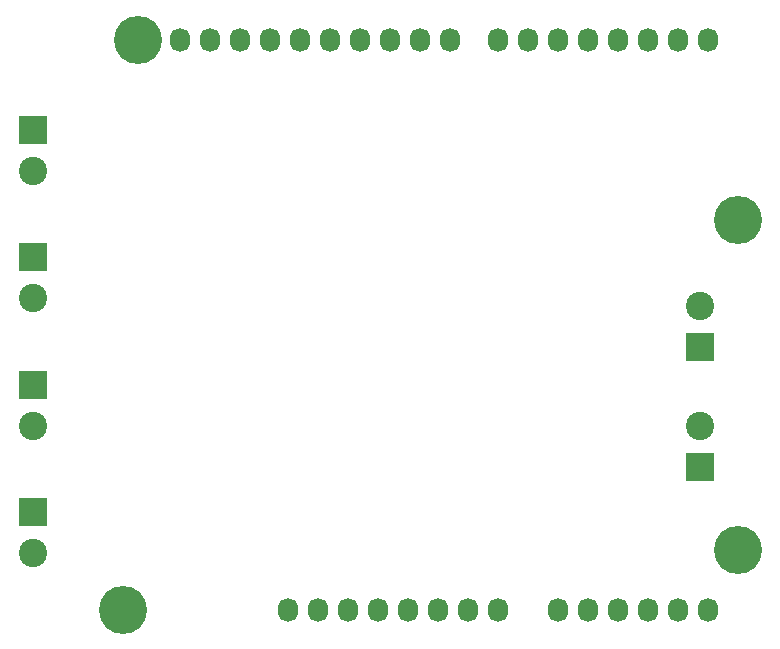
<source format=gbr>
G04 #@! TF.GenerationSoftware,KiCad,Pcbnew,(5.0.0)*
G04 #@! TF.CreationDate,2018-08-14T23:46:55+08:00*
G04 #@! TF.ProjectId,Reflow,5265666C6F772E6B696361645F706362,rev?*
G04 #@! TF.SameCoordinates,PX69db1f0PY7882d48*
G04 #@! TF.FileFunction,Soldermask,Bot*
G04 #@! TF.FilePolarity,Negative*
%FSLAX46Y46*%
G04 Gerber Fmt 4.6, Leading zero omitted, Abs format (unit mm)*
G04 Created by KiCad (PCBNEW (5.0.0)) date 08/14/18 23:46:55*
%MOMM*%
%LPD*%
G01*
G04 APERTURE LIST*
%ADD10C,2.400000*%
%ADD11R,2.400000X2.400000*%
%ADD12O,1.727200X2.032000*%
%ADD13C,4.064000*%
G04 APERTURE END LIST*
D10*
G04 #@! TO.C,J1*
X6350000Y18090000D03*
D11*
X6350000Y21590000D03*
G04 #@! TD*
G04 #@! TO.C,J2*
X6350000Y43180000D03*
D10*
X6350000Y39680000D03*
G04 #@! TD*
G04 #@! TO.C,J3*
X6350000Y28885000D03*
D11*
X6350000Y32385000D03*
G04 #@! TD*
G04 #@! TO.C,J4*
X6350000Y10795000D03*
D10*
X6350000Y7295000D03*
G04 #@! TD*
G04 #@! TO.C,J5*
X62865000Y28265000D03*
D11*
X62865000Y24765000D03*
G04 #@! TD*
G04 #@! TO.C,J6*
X62865000Y14605000D03*
D10*
X62865000Y18105000D03*
G04 #@! TD*
D12*
G04 #@! TO.C,P1*
X27940000Y2540000D03*
X30480000Y2540000D03*
X33020000Y2540000D03*
X35560000Y2540000D03*
X38100000Y2540000D03*
X40640000Y2540000D03*
X43180000Y2540000D03*
X45720000Y2540000D03*
G04 #@! TD*
G04 #@! TO.C,P2*
X50800000Y2540000D03*
X53340000Y2540000D03*
X55880000Y2540000D03*
X58420000Y2540000D03*
X60960000Y2540000D03*
X63500000Y2540000D03*
G04 #@! TD*
G04 #@! TO.C,P3*
X18796000Y50800000D03*
X21336000Y50800000D03*
X23876000Y50800000D03*
X26416000Y50800000D03*
X28956000Y50800000D03*
X31496000Y50800000D03*
X34036000Y50800000D03*
X36576000Y50800000D03*
X39116000Y50800000D03*
X41656000Y50800000D03*
G04 #@! TD*
G04 #@! TO.C,P4*
X45720000Y50800000D03*
X48260000Y50800000D03*
X50800000Y50800000D03*
X53340000Y50800000D03*
X55880000Y50800000D03*
X58420000Y50800000D03*
X60960000Y50800000D03*
X63500000Y50800000D03*
G04 #@! TD*
D13*
G04 #@! TO.C,P5*
X13970000Y2540000D03*
G04 #@! TD*
G04 #@! TO.C,P6*
X66040000Y7620000D03*
G04 #@! TD*
G04 #@! TO.C,P7*
X15240000Y50800000D03*
G04 #@! TD*
G04 #@! TO.C,P8*
X66040000Y35560000D03*
G04 #@! TD*
M02*

</source>
